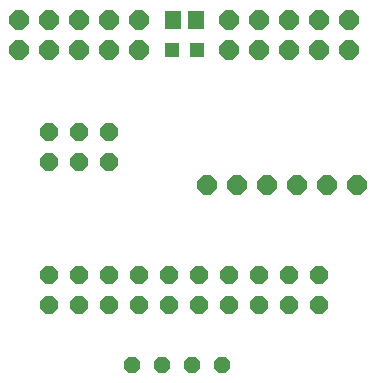
<source format=gts>
G75*
%MOIN*%
%OFA0B0*%
%FSLAX25Y25*%
%IPPOS*%
%LPD*%
%AMOC8*
5,1,8,0,0,1.08239X$1,22.5*
%
%ADD10OC8,0.06000*%
%ADD11OC8,0.06400*%
%ADD12R,0.05518X0.06306*%
%ADD13R,0.05124X0.05124*%
%ADD14OC8,0.05600*%
D10*
X0037000Y0056300D03*
X0037000Y0066300D03*
X0047000Y0066300D03*
X0047000Y0056300D03*
X0057000Y0056300D03*
X0057000Y0066300D03*
X0067000Y0066300D03*
X0067000Y0056300D03*
X0077000Y0056300D03*
X0077000Y0066300D03*
X0087000Y0066300D03*
X0087000Y0056300D03*
X0097000Y0056300D03*
X0097000Y0066300D03*
X0107000Y0066300D03*
X0107000Y0056300D03*
X0117000Y0056300D03*
X0117000Y0066300D03*
X0127000Y0066300D03*
X0127000Y0056300D03*
X0057000Y0103800D03*
X0057000Y0113800D03*
X0047000Y0113800D03*
X0047000Y0103800D03*
X0037000Y0103800D03*
X0037000Y0113800D03*
D11*
X0037000Y0141300D03*
X0037000Y0151300D03*
X0027000Y0151300D03*
X0027000Y0141300D03*
X0047000Y0141300D03*
X0047000Y0151300D03*
X0057000Y0151300D03*
X0057000Y0141300D03*
X0067000Y0141300D03*
X0067000Y0151300D03*
X0097000Y0151300D03*
X0097000Y0141300D03*
X0107000Y0141300D03*
X0107000Y0151300D03*
X0117000Y0151300D03*
X0117000Y0141300D03*
X0127000Y0141300D03*
X0127000Y0151300D03*
X0137000Y0151300D03*
X0137000Y0141300D03*
X0139500Y0096300D03*
X0129500Y0096300D03*
X0119500Y0096300D03*
X0109500Y0096300D03*
X0099500Y0096300D03*
X0089500Y0096300D03*
D12*
X0085740Y0151300D03*
X0078260Y0151300D03*
D13*
X0077866Y0141300D03*
X0086134Y0141300D03*
D14*
X0084500Y0036300D03*
X0074500Y0036300D03*
X0064500Y0036300D03*
X0094500Y0036300D03*
M02*

</source>
